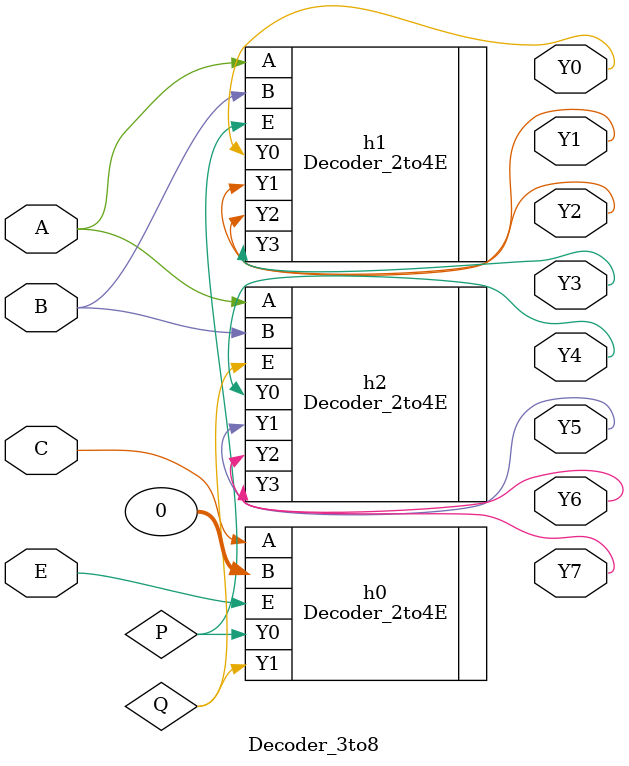
<source format=v>
`timescale 1ns / 1ps


module Decoder_3to8(
    input E,
    input A,
    input B,
    input C,
    output Y0,
    output Y1,
    output Y2,
    output Y3,
    output Y4,
    output Y5,
    output Y6,
    output Y7
    );
    wire P ,Q;
    Decoder_2to4E h0 (.E(E),.A(C),.B(0),.Y0(P),.Y1(Q));
    Decoder_2to4E h1 (.E(P),.A(A),.B(B),.Y0(Y0),.Y1(Y1),.Y2(Y2),.Y3(Y3));
    Decoder_2to4E h2 (.E(Q),.A(A),.B(B),.Y0(Y4),.Y1(Y5),.Y2(Y6),.Y3(Y7));
    
endmodule

</source>
